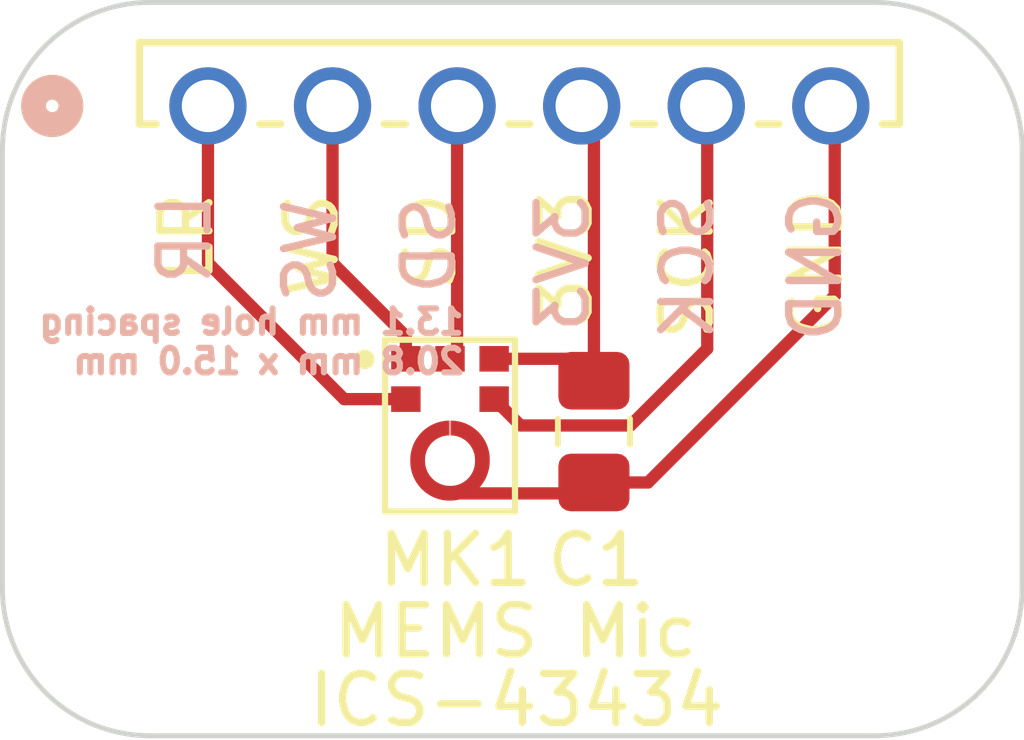
<source format=kicad_pcb>
(kicad_pcb (version 20221018) (generator pcbnew)
  (title_block (company "satomm@stanford.edu") (comment 1 "Department of Civil and Environmental Engineering") (comment 2 "Engineering Informatics Group") (comment 3 "Stanford University") (comment 4 "Matthew Sato"))
  (layers (0 "F.Cu" signal) (31 "B.Cu" signal) (34 "B.Paste" user) (35 "F.Paste" user) (36 "B.SilkS" user "B.Silkscreen") (37 "F.SilkS" user "F.Silkscreen") (38 "B.Mask" user) (39 "F.Mask" user) (44 "Edge.Cuts" user))
  (net 0 "")
  (net 1 "Net-(J1-Pin_1)")
  (net 2 "Net-(J1-Pin_2)")
  (net 3 "Net-(J1-Pin_4)")
  (net 4 "Net-(J1-Pin_3)")
  (net 5 "Net-(J1-Pin_5)")
  (net 6 "Net-(J1-Pin_6)")
  (footprint "Library:MIC_ICS-43434" (layer "F.Cu") (at 226.4555 140.517)
    (fp_text reference "MK1" (at 0.1145 2.743) (layer "F.SilkS"))
    (fp_text value "ICS-43434" hide)
    (fp_line (start -1.325 -1.75) (end -1.325 1.75) (stroke (width 0.127)) (layer "F.SilkS"))
    (fp_line (start -1.325 1.75) (end 1.325 1.75) (stroke (width 0.127)) (layer "F.SilkS"))
    (fp_line (start 1.325 -1.75) (end -1.325 -1.75) (stroke (width 0.127)) (layer "F.SilkS"))
    (fp_line (start 1.325 1.75) (end 1.325 -1.75) (stroke (width 0.127)) (layer "F.SilkS"))
    (fp_circle (center -1.7375 -1.35) (end -1.6375 -1.35) (stroke (width 0.2)) (fill none) (layer "F.SilkS"))
    (pad "" np_thru_hole circle (at 0 0.713) (size 0.5 0.5) (drill 0.5) (layers "*.Cu" "*.Mask"))
    (pad "1" smd rect (at -0.9 -1.361) (size 0.6 0.522) (layers "F.Cu" "F.Mask") (net 2 "Net-(J1-Pin_2)"))
    (pad "2" smd rect (at -0.9 -0.539) (size 0.6 0.522) (layers "F.Cu" "F.Mask") (net 1 "Net-(J1-Pin_1)"))
    (pad "3" smd custom (at -0.0155 1.383) (size 0.1 0.1) (layers "F.Cu") (net 6 "Net-(J1-Pin_6)") (options (clearance outline) (anchor rect)) (primitives (gr_poly (pts (xy 0.0055 -1.483) (xy 0.0055 -1.183) (xy -0.0205 -1.182) (xy -0.0465 -1.18) (xy -0.0725 -1.177) (xy -0.0985 -1.172) (xy -0.1235 -1.166) (xy -0.1495 -1.159) (xy -0.1735 -1.15) (xy -0.1975 -1.14) (xy -0.2215 -1.129) (xy -0.2445 -1.116) (xy -0.2665 -1.102) (xy -0.2885 -1.088) (xy -0.3095 -1.072) (xy -0.3295 -1.055) (xy -0.3485 -1.037) (xy -0.3665 -1.018) (xy -0.3835 -0.998) (xy -0.3995 -0.977) (xy -0.4135 -0.955) (xy -0.4275 -0.933) (xy -0.4405 -0.91) (xy -0.4515 -0.886) (xy -0.4615 -0.862) (xy -0.4705 -0.838) (xy -0.4775 -0.812) (xy -0.4835 -0.787) (xy -0.4885 -0.761) (xy -0.4915 -0.735) (xy -0.4935 -0.709) (xy -0.4945 -0.683) (xy -0.4945 -0.663) (xy -0.4935 -0.636) (xy -0.4915 -0.61) (xy -0.4885 -0.583) (xy -0.4835 -0.557) (xy -0.4775 -0.531) (xy -0.4695 -0.505) (xy -0.4605 -0.48) (xy -0.4505 -0.456) (xy -0.4385 -0.431) (xy -0.4265 -0.408) (xy -0.4125 -0.385) (xy -0.3975 -0.363) (xy -0.3805 -0.342) (xy -0.3635 -0.322) (xy -0.3455 -0.302) (xy -0.3255 -0.284) (xy -0.3055 -0.267) (xy -0.2845 -0.25) (xy -0.2625 -0.235) (xy -0.2395 -0.221) (xy -0.2165 -0.209) (xy -0.1915 -0.197) (xy -0.1675 -0.187) (xy -0.1425 -0.178) (xy -0.1165 -0.17) (xy -0.0905 -0.164) (xy -0.0645 -0.159) (xy -0.0375 -0.156) (xy -0.0115 -0.154) (xy 0.0155 -0.153) (xy 0.0255 -0.153) (xy 0.0515 -0.154) (xy 0.0775 -0.156) (xy 0.1035 -0.159) (xy 0.1295 -0.164) (xy 0.1545 -0.17) (xy 0.1805 -0.177) (xy 0.2045 -0.186) (xy 0.2285 -0.196) (xy 0.2525 -0.207) (xy 0.2755 -0.22) (xy 0.2975 -0.234) (xy 0.3195 -0.248) (xy 0.3405 -0.264) (xy 0.3605 -0.281) (xy 0.3795 -0.299) (xy 0.3975 -0.318) (xy 0.4145 -0.338) (xy 0.4305 -0.359) (xy 0.4445 -0.381) (xy 0.4585 -0.403) (xy 0.4715 -0.426) (xy 0.4825 -0.45) (xy 0.4925 -0.474) (xy 0.5015 -0.498) (xy 0.5085 -0.524) (xy 0.5145 -0.549) (xy 0.5195 -0.575) (xy 0.5225 -0.601) (xy 0.5245 -0.627) (xy 0.5255 -0.653) (xy 0.5255 -0.683) (xy 0.5245 -0.709) (xy 0.5225 -0.735) (xy 0.5195 -0.761) (xy 0.5145 -0.787) (xy 0.5085 -0.812) (xy 0.5015 -0.838) (xy 0.4925 -0.862) (xy 0.4825 -0.886) (xy 0.4715 -0.91) (xy 0.4585 -0.933) (xy 0.4445 -0.955) (xy 0.4305 -0.977) (xy 0.4145 -0.998) (xy 0.3975 -1.018) (xy 0.3795 -1.037) (xy 0.3605 -1.055) (xy 0.3405 -1.072) (xy 0.3195 -1.088) (xy 0.2975 -1.102) (xy 0.2755 -1.116) (xy 0.2525 -1.129) (xy 0.2285 -1.14) (xy 0.2045 -1.15) (xy 0.1805 -1.159) (xy 0.1545 -1.166) (xy 0.1295 -1.172) (xy 0.1035 -1.177) (xy 0.0775 -1.18) (xy 0.0515 -1.182) (xy 0.0255 -1.183) (xy 0.0255 -1.483) (xy 0.0355 -1.483) (xy 0.0765 -1.482) (xy 0.1185 -1.479) (xy 0.1595 -1.473) (xy 0.1995 -1.466) (xy 0.2395 -1.456) (xy 0.2795 -1.444) (xy 0.3185 -1.431) (xy 0.3565 -1.415) (xy 0.3945 -1.397) (xy 0.4305 -1.377) (xy 0.4655 -1.356) (xy 0.4995 -1.332) (xy 0.5325 -1.307) (xy 0.5645 -1.28) (xy 0.5945 -1.252) (xy 0.6225 -1.222) (xy 0.6495 -1.19) (xy 0.6745 -1.157) (xy 0.6985 -1.123) (xy 0.7195 -1.088) (xy 0.7395 -1.052) (xy 0.7575 -1.014) (xy 0.7735 -0.976) (xy 0.7865 -0.937) (xy 0.7985 -0.897) (xy 0.8085 -0.857) (xy 0.8155 -0.817) (xy 0.8215 -0.776) (xy 0.8245 -0.734) (xy 0.8255 -0.693) (xy 0.8255 -0.663) (xy 0.8245 -0.621) (xy 0.8215 -0.578) (xy 0.8155 -0.536) (xy 0.8075 -0.495) (xy 0.7975 -0.453) (xy 0.7855 -0.413) (xy 0.7715 -0.373) (xy 0.7555 -0.334) (xy 0.7375 -0.295) (xy 0.7165 -0.258) (xy 0.6945 -0.222) (xy 0.6705 -0.187) (xy 0.6445 -0.153) (xy 0.6175 -0.121) (xy 0.5885 -0.09) (xy 0.5575 -0.061) (xy 0.5255 -0.034) (xy 0.4915 -0.008) (xy 0.4565 0.016) (xy 0.4205 0.038) (xy 0.3835 0.059) (xy 0.3445 0.077) (xy 0.3055 0.093) (xy 0.2655 0.107) (xy 0.2255 0.119) (xy 0.1835 0.129) (xy 0.1425 0.137) (xy 0.1005 0.143) (xy 0.0575 0.146) (xy 0.0155 0.147) (xy 0.0055 0.147) (xy -0.0365 0.146) (xy -0.0785 0.143) (xy -0.1195 0.137) (xy -0.1605 0.13) (xy -0.2015 0.12) (xy -0.2415 0.108) (xy -0.2815 0.094) (xy -0.3195 0.078) (xy -0.3575 0.06) (xy -0.3945 0.04) (xy -0.4305 0.018) (xy -0.4645 -0.006) (xy -0.4975 -0.031) (xy -0.5295 -0.058) (xy -0.5605 -0.087) (xy -0.5895 -0.118) (xy -0.6165 -0.15) (xy -0.6415 -0.183) (xy -0.6655 -0.217) (xy -0.6875 -0.253) (xy -0.7075 -0.29) (xy -0.7255 -0.328) (xy -0.7415 -0.366) (xy -0.7555 -0.406) (xy -0.7675 -0.446) (xy -0.7775 -0.487) (xy -0.7845 -0.528) (xy -0.7905 -0.569) (xy -0.7935 -0.611) (xy -0.7945 -0.653) (xy -0.7945 -0.683) (xy -0.7935 -0.725) (xy -0.7905 -0.767) (xy -0.7845 -0.808) (xy -0.7775 -0.849) (xy -0.7675 -0.89) (xy -0.7555 -0.93) (xy -0.7415 -0.97) (xy -0.7255 -1.008) (xy -0.7075 -1.046) (xy -0.6875 -1.083) (xy -0.6655 -1.119) (xy -0.6415 -1.153) (xy -0.6165 -1.186) (xy -0.5895 -1.218) (xy -0.5605 -1.249) (xy -0.5295 -1.278) (xy -0.4975 -1.305) (xy -0.4645 -1.33) (xy -0.4305 -1.354) (xy -0.3945 -1.376) (xy -0.3575 -1.396) (xy -0.3195 -1.414) (xy -0.2815 -1.43) (xy -0.2415 -1.444) (xy -0.2015 -1.456) (xy -0.1605 -1.466) (xy -0.1195 -1.473) (xy -0.0785 -1.479) (xy -0.0365 -1.482) (xy 0.0055 -1.483)) (width 0.001) (fill yes))))
    (pad "4" smd rect (at 0.9 -0.539) (size 0.6 0.522) (layers "F.Cu" "F.Mask") (net 5 "Net-(J1-Pin_5)"))
    (pad "5" smd rect (at 0.9 -1.361) (size 0.6 0.522) (layers "F.Cu" "F.Mask") (net 3 "Net-(J1-Pin_4)"))
    (pad "6" smd rect (at 0 -1.361) (size 0.6 0.522) (layers "F.Cu" "F.Mask") (net 4 "Net-(J1-Pin_3)"))
  )
  (footprint "custom_footprints:CONN_22-05-3061_MOL" (layer "F.Cu") (at 221.52 134)
    (fp_text reference "J1" hide)
    (fp_text value "Conn2MCU")
    (fp_circle (center -3.175 0) (end -2.794 0) (stroke (width 0.508)) (fill none) (layer "B.SilkS"))
    (fp_line (start -1.397 -1.29) (end -1.397 0.3696) (stroke (width 0.1524)) (layer "F.SilkS"))
    (fp_line (start -1.397 0.3696) (end -1.057407 0.3696) (stroke (width 0.1524)) (layer "F.SilkS"))
    (fp_line (start 1.057407 0.3696) (end 1.482593 0.3696) (stroke (width 0.1524)) (layer "F.SilkS"))
    (fp_line (start 3.597407 0.3696) (end 4.022593 0.3696) (stroke (width 0.1524)) (layer "F.SilkS"))
    (fp_line (start 6.137407 0.3696) (end 6.562593 0.3696) (stroke (width 0.1524)) (layer "F.SilkS"))
    (fp_line (start 8.677407 0.3696) (end 9.102593 0.3696) (stroke (width 0.1524)) (layer "F.SilkS"))
    (fp_line (start 11.217407 0.3696) (end 11.642593 0.3696) (stroke (width 0.1524)) (layer "F.SilkS"))
    (fp_line (start 13.757407 0.3696) (end 14.097 0.3696) (stroke (width 0.1524)) (layer "F.SilkS"))
    (fp_line (start 14.097 -1.29) (end -1.397 -1.29) (stroke (width 0.1524)) (layer "F.SilkS"))
    (fp_line (start 14.097 0.3696) (end 14.097 -1.29) (stroke (width 0.1524)) (layer "F.SilkS"))
    (fp_circle (center -3.175 0) (end -2.794 0) (stroke (width 0.508)) (fill none) (layer "F.SilkS"))
    (pad "1" thru_hole circle (at 0 0) (size 1.5748 1.5748) (drill 1.0668) (layers "*.Cu" "*.Mask") (net 1 "Net-(J1-Pin_1)"))
    (pad "2" thru_hole circle (at 2.54 0) (size 1.5748 1.5748) (drill 1.0668) (layers "*.Cu" "*.Mask") (net 2 "Net-(J1-Pin_2)"))
    (pad "3" thru_hole circle (at 5.08 0) (size 1.5748 1.5748) (drill 1.0668) (layers "*.Cu" "*.Mask") (net 4 "Net-(J1-Pin_3)"))
    (pad "4" thru_hole circle (at 7.62 0) (size 1.5748 1.5748) (drill 1.0668) (layers "*.Cu" "*.Mask") (net 3 "Net-(J1-Pin_4)"))
    (pad "5" thru_hole circle (at 10.16 0) (size 1.5748 1.5748) (drill 1.0668) (layers "*.Cu" "*.Mask") (net 5 "Net-(J1-Pin_5)"))
    (pad "6" thru_hole circle (at 12.7 0) (size 1.5748 1.5748) (drill 1.0668) (layers "*.Cu" "*.Mask") (net 6 "Net-(J1-Pin_6)"))
  )
  (footprint "MountingHole:MountingHole_3.2mm_M3" (layer "F.Cu") (at 234.32 143.1)
    (fp_text reference "H2" hide)
    (fp_text value "MountingHole" hide)
    (pad "" np_thru_hole circle (at 0 0) (size 3.2 3.2) (drill 3.2) (layers "*.Cu" "*.Mask"))
  )
  (footprint "MountingHole:MountingHole_3.2mm_M3" (layer "F.Cu") (at 221.2 143.09)
    (fp_text reference "H1" hide)
    (fp_text value "MountingHole" hide)
    (pad "" np_thru_hole circle (at 0 0) (size 3.2 3.2) (drill 3.2) (layers "*.Cu" "*.Mask"))
  )
  (footprint "Capacitor_SMD:C_0805_2012Metric_Pad1.18x1.45mm_HandSolder" (layer "F.Cu") (at 229.39 140.64 -90)
    (fp_text reference "C1" (at 2.62 -0.04 -180) (layer "F.SilkS"))
    (fp_text value "0.1 uF" hide)
    (fp_line (start -0.261252 -0.735) (end 0.261252 -0.735) (stroke (width 0.12)) (layer "F.SilkS"))
    (fp_line (start -0.261252 0.735) (end 0.261252 0.735) (stroke (width 0.12)) (layer "F.SilkS"))
    (pad "1" smd roundrect (at -1.0375 0 270) (size 1.175 1.45) (layers "F.Cu" "F.Paste" "F.Mask") (roundrect_rratio 0.2127659574) (net 3 "Net-(J1-Pin_4)"))
    (pad "2" smd roundrect (at 1.0375 0 270) (size 1.175 1.45) (layers "F.Cu" "F.Paste" "F.Mask") (roundrect_rratio 0.2127659574) (net 6 "Net-(J1-Pin_6)"))
  )
  (gr_arc (start 220.33 146.84) (mid 218.20868 145.96132) (end 217.33 143.84) (stroke (width 0.1)) (layer "Edge.Cuts"))
  (gr_arc (start 235.12 131.89) (mid 237.24132 132.76868) (end 238.12 134.89) (stroke (width 0.1)) (layer "Edge.Cuts"))
  (gr_arc (start 238.12 143.84) (mid 237.24132 145.96132) (end 235.12 146.84) (stroke (width 0.1)) (layer "Edge.Cuts"))
  (gr_line (start 220.33 131.89) (end 235.12 131.89) (stroke (width 0.1)) (layer "Edge.Cuts"))
  (gr_line (start 235.12 146.84) (end 220.33 146.84) (stroke (width 0.1)) (layer "Edge.Cuts"))
  (gr_line (start 217.33 143.84) (end 217.33 134.89) (stroke (width 0.1)) (layer "Edge.Cuts"))
  (gr_arc (start 217.33 134.89) (mid 218.20868 132.76868) (end 220.33 131.89) (stroke (width 0.1)) (layer "Edge.Cuts"))
  (gr_line (start 238.12 134.89) (end 238.12 143.84) (stroke (width 0.1)) (layer "Edge.Cuts"))
  (gr_text "SCK" (at 231.88 135.7 90) (layer "B.SilkS") (effects (font (size 1 1)) (justify left bottom mirror)))
  (gr_text "WS" (at 224.19 135.81 90) (layer "B.SilkS") (effects (font (size 1 1)) (justify left bottom mirror)))
  (gr_text "GND" (at 234.49 135.65 90) (layer "B.SilkS") (effects (font (size 1 1)) (justify left bottom mirror)))
  (gr_text "SD" (at 226.61 135.77 90) (layer "B.SilkS") (effects (font (size 1 1)) (justify left bottom mirror)))
  (gr_text "3V3" (at 229.34 135.73 90) (layer "B.SilkS") (effects (font (size 1 1)) (justify left bottom mirror)))
  (gr_text "LR" (at 221.63 135.71 90) (layer "B.SilkS") (effects (font (size 1 1)) (justify left bottom mirror)))
  (gr_text "13.1 mm hole spacing\n20.8 mm x 15.0 mm" (at 226.8 139.5) (layer "B.SilkS") (effects (font (size 0.5 0.5) (thickness 0.125)) (justify left bottom mirror)))
  (gr_text "GND" (at 234.51 138.85 90) (layer "F.SilkS") (effects (font (size 1 1)) (justify left bottom)))
  (gr_text "SD" (at 226.62 137.84 90) (layer "F.SilkS") (effects (font (size 1 1)) (justify left bottom)))
  (gr_text "SCK" (at 231.87 138.84 90) (layer "F.SilkS") (effects (font (size 1 1)) (justify left bottom)))
  (gr_text "ICS-43434" (at 223.5 146.7) (layer "F.SilkS") (effects (font (size 1 1)) (justify left bottom)))
  (gr_text "3V3" (at 229.4 138.58 90) (layer "F.SilkS") (effects (font (size 1 1)) (justify left bottom)))
  (gr_text "MEMS Mic" (at 224 145.3) (layer "F.SilkS") (effects (font (size 1 1)) (justify left bottom)))
  (gr_text "WS" (at 224.22 137.99 90) (layer "F.SilkS") (effects (font (size 1 1)) (justify left bottom)))
  (gr_text "LR" (at 221.67 137.69 90) (layer "F.SilkS") (effects (font (size 1 1)) (justify left bottom)))
  (segment (start 225.5555 139.978) (end 224.298 139.978) (width 0.25) (layer "F.Cu") (net 1))
  (segment (start 224.298 139.978) (end 221.52 137.2) (width 0.25) (layer "F.Cu") (net 1))
  (segment (start 221.52 137.2) (end 221.52 134) (width 0.25) (layer "F.Cu") (net 1))
  (segment (start 225.5555 138.6955) (end 224.06 137.2) (width 0.25) (layer "F.Cu") (net 2))
  (segment (start 224.06 137.2) (end 224.06 134) (width 0.25) (layer "F.Cu") (net 2))
  (segment (start 225.5555 139.156) (end 225.5555 138.6955) (width 0.25) (layer "F.Cu") (net 2))
  (segment (start 228.9435 139.156) (end 227.3555 139.156) (width 0.25) (layer "F.Cu") (net 3))
  (segment (start 229.39 134.25) (end 229.39 139.6025) (width 0.25) (layer "F.Cu") (net 3))
  (segment (start 226.6 139.0115) (end 226.6 134) (width 0.25) (layer "F.Cu") (net 4))
  (segment (start 226.4555 139.156) (end 226.6 139.0115) (width 0.25) (layer "F.Cu") (net 4))
  (segment (start 227.8925 140.515) (end 230.135 140.515) (width 0.25) (layer "F.Cu") (net 5))
  (segment (start 231.7 138.95) (end 231.7 134.02) (width 0.25) (layer "F.Cu") (net 5))
  (segment (start 227.3555 139.978) (end 227.8925 140.515) (width 0.25) (layer "F.Cu") (net 5))
  (segment (start 230.135 140.515) (end 231.7 138.95) (width 0.25) (layer "F.Cu") (net 5))
  (segment (start 229.1675 141.9) (end 226.44 141.9) (width 0.25) (layer "F.Cu") (net 6))
  (segment (start 230.4925 141.6775) (end 229.39 141.6775) (width 0.25) (layer "F.Cu") (net 6))
  (segment (start 234.3 134.08) (end 234.3 137.87) (width 0.25) (layer "F.Cu") (net 6))
  (segment (start 234.3 137.87) (end 230.4925 141.6775) (width 0.25) (layer "F.Cu") (net 6))
)
</source>
